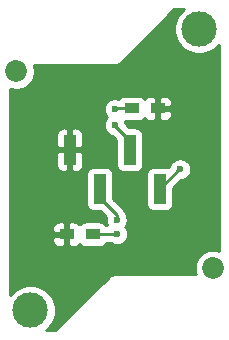
<source format=gbr>
G04 #@! TF.GenerationSoftware,KiCad,Pcbnew,(5.1.4-0-10_14)*
G04 #@! TF.CreationDate,2019-11-06T07:52:38+01:00*
G04 #@! TF.ProjectId,sq_indicator,73715f69-6e64-4696-9361-746f722e6b69,rev?*
G04 #@! TF.SameCoordinates,Original*
G04 #@! TF.FileFunction,Copper,L2,Bot*
G04 #@! TF.FilePolarity,Positive*
%FSLAX46Y46*%
G04 Gerber Fmt 4.6, Leading zero omitted, Abs format (unit mm)*
G04 Created by KiCad (PCBNEW (5.1.4-0-10_14)) date 2019-11-06 07:52:38*
%MOMM*%
%LPD*%
G04 APERTURE LIST*
%ADD10C,0.600000*%
%ADD11C,3.000000*%
%ADD12C,1.850000*%
%ADD13R,1.000000X2.510000*%
%ADD14R,1.200000X0.900000*%
%ADD15C,0.250000*%
%ADD16C,0.254000*%
G04 APERTURE END LIST*
D10*
X167449533Y-85168539D03*
D11*
X160436013Y-104313519D03*
X174716013Y-80503519D03*
D12*
X159246013Y-84083519D03*
X175898013Y-100729519D03*
D13*
X171379533Y-94033539D03*
X166299533Y-94033539D03*
X168839533Y-90723539D03*
X163759533Y-90723539D03*
D14*
X171199533Y-87218539D03*
X168999533Y-87218539D03*
X163499533Y-97868539D03*
X165699533Y-97868539D03*
D10*
X167699533Y-99768539D03*
X167562958Y-87279489D03*
X167562956Y-88628136D03*
X173099533Y-92368539D03*
X167746659Y-96664049D03*
X167760873Y-97852261D03*
D15*
X167623908Y-87218539D02*
X167562958Y-87279489D01*
X168999533Y-87218539D02*
X167623908Y-87218539D01*
X168839533Y-89968539D02*
X167562956Y-88691962D01*
X168839533Y-90723539D02*
X168839533Y-89968539D01*
X167562956Y-88691962D02*
X167562956Y-88628136D01*
X173099533Y-92368539D02*
X173044533Y-92368539D01*
X173044533Y-92368539D02*
X171379533Y-94033539D01*
X167746659Y-96239785D02*
X167746659Y-96664049D01*
X167746659Y-96235665D02*
X167746659Y-96239785D01*
X166299533Y-94788539D02*
X167746659Y-96235665D01*
X166299533Y-94033539D02*
X166299533Y-94788539D01*
X167760873Y-97852261D02*
X165715811Y-97852261D01*
X165715811Y-97852261D02*
X165699533Y-97868539D01*
D16*
G36*
X173355030Y-78845156D02*
G01*
X173057650Y-79142536D01*
X172824001Y-79492217D01*
X172663060Y-79880763D01*
X172581013Y-80293240D01*
X172581013Y-80713798D01*
X172663060Y-81126275D01*
X172824001Y-81514821D01*
X173057650Y-81864502D01*
X173355030Y-82161882D01*
X173704711Y-82395531D01*
X174093257Y-82556472D01*
X174505734Y-82638519D01*
X174926292Y-82638519D01*
X175338769Y-82556472D01*
X175727315Y-82395531D01*
X176076996Y-82161882D01*
X176374376Y-81864502D01*
X176414533Y-81804402D01*
X176414534Y-99254937D01*
X176353048Y-99229469D01*
X176051660Y-99169519D01*
X175744366Y-99169519D01*
X175442978Y-99229469D01*
X175159076Y-99347065D01*
X174903571Y-99517788D01*
X174686282Y-99735077D01*
X174515559Y-99990582D01*
X174397963Y-100274484D01*
X174338013Y-100575872D01*
X174338013Y-100883166D01*
X174397963Y-101184554D01*
X174423431Y-101246039D01*
X167608172Y-101246039D01*
X167574532Y-101242726D01*
X167540893Y-101246039D01*
X167540886Y-101246039D01*
X167453299Y-101254666D01*
X167440249Y-101255951D01*
X167401080Y-101267833D01*
X167311127Y-101295120D01*
X167192126Y-101358727D01*
X167155770Y-101388564D01*
X167113956Y-101422879D01*
X167113950Y-101422885D01*
X167087822Y-101444328D01*
X167066379Y-101470456D01*
X162528297Y-106008539D01*
X161742135Y-106008539D01*
X161796996Y-105971882D01*
X162094376Y-105674502D01*
X162328025Y-105324821D01*
X162488966Y-104936275D01*
X162571013Y-104523798D01*
X162571013Y-104103240D01*
X162488966Y-103690763D01*
X162328025Y-103302217D01*
X162094376Y-102952536D01*
X161796996Y-102655156D01*
X161447315Y-102421507D01*
X161058769Y-102260566D01*
X160646292Y-102178519D01*
X160225734Y-102178519D01*
X159813257Y-102260566D01*
X159424711Y-102421507D01*
X159075030Y-102655156D01*
X158777650Y-102952536D01*
X158734533Y-103017065D01*
X158734533Y-98318539D01*
X162261461Y-98318539D01*
X162273721Y-98443021D01*
X162310031Y-98562719D01*
X162368996Y-98673033D01*
X162448348Y-98769724D01*
X162545039Y-98849076D01*
X162655353Y-98908041D01*
X162775051Y-98944351D01*
X162899533Y-98956611D01*
X163213783Y-98953539D01*
X163372533Y-98794789D01*
X163372533Y-97995539D01*
X162423283Y-97995539D01*
X162264533Y-98154289D01*
X162261461Y-98318539D01*
X158734533Y-98318539D01*
X158734533Y-97418539D01*
X162261461Y-97418539D01*
X162264533Y-97582789D01*
X162423283Y-97741539D01*
X163372533Y-97741539D01*
X163372533Y-96942289D01*
X163626533Y-96942289D01*
X163626533Y-97741539D01*
X163646533Y-97741539D01*
X163646533Y-97995539D01*
X163626533Y-97995539D01*
X163626533Y-98794789D01*
X163785283Y-98953539D01*
X164099533Y-98956611D01*
X164224015Y-98944351D01*
X164343713Y-98908041D01*
X164454027Y-98849076D01*
X164550718Y-98769724D01*
X164599533Y-98710243D01*
X164648348Y-98769724D01*
X164745039Y-98849076D01*
X164855353Y-98908041D01*
X164975051Y-98944351D01*
X165099533Y-98956611D01*
X166299533Y-98956611D01*
X166424015Y-98944351D01*
X166543713Y-98908041D01*
X166654027Y-98849076D01*
X166750718Y-98769724D01*
X166830070Y-98673033D01*
X166862554Y-98612261D01*
X167215338Y-98612261D01*
X167317984Y-98680847D01*
X167488144Y-98751329D01*
X167668784Y-98787261D01*
X167852962Y-98787261D01*
X168033602Y-98751329D01*
X168203762Y-98680847D01*
X168356901Y-98578523D01*
X168487135Y-98448289D01*
X168589459Y-98295150D01*
X168659941Y-98124990D01*
X168695873Y-97944350D01*
X168695873Y-97760172D01*
X168659941Y-97579532D01*
X168589459Y-97409372D01*
X168487135Y-97256233D01*
X168480154Y-97249252D01*
X168575245Y-97106938D01*
X168645727Y-96936778D01*
X168681659Y-96756138D01*
X168681659Y-96571960D01*
X168645727Y-96391320D01*
X168575245Y-96221160D01*
X168497438Y-96104714D01*
X168495662Y-96086679D01*
X168452205Y-95943418D01*
X168381633Y-95811389D01*
X168286660Y-95695664D01*
X168257663Y-95671867D01*
X167437605Y-94851810D01*
X167437605Y-92778539D01*
X170241461Y-92778539D01*
X170241461Y-95288539D01*
X170253721Y-95413021D01*
X170290031Y-95532719D01*
X170348996Y-95643033D01*
X170428348Y-95739724D01*
X170525039Y-95819076D01*
X170635353Y-95878041D01*
X170755051Y-95914351D01*
X170879533Y-95926611D01*
X171879533Y-95926611D01*
X172004015Y-95914351D01*
X172123713Y-95878041D01*
X172234027Y-95819076D01*
X172330718Y-95739724D01*
X172410070Y-95643033D01*
X172469035Y-95532719D01*
X172505345Y-95413021D01*
X172517605Y-95288539D01*
X172517605Y-93970268D01*
X173184335Y-93303539D01*
X173191622Y-93303539D01*
X173372262Y-93267607D01*
X173542422Y-93197125D01*
X173695561Y-93094801D01*
X173825795Y-92964567D01*
X173928119Y-92811428D01*
X173998601Y-92641268D01*
X174034533Y-92460628D01*
X174034533Y-92276450D01*
X173998601Y-92095810D01*
X173928119Y-91925650D01*
X173825795Y-91772511D01*
X173695561Y-91642277D01*
X173542422Y-91539953D01*
X173372262Y-91469471D01*
X173191622Y-91433539D01*
X173007444Y-91433539D01*
X172826804Y-91469471D01*
X172656644Y-91539953D01*
X172503505Y-91642277D01*
X172373271Y-91772511D01*
X172270947Y-91925650D01*
X172200465Y-92095810D01*
X172190037Y-92148233D01*
X172140344Y-92197926D01*
X172123713Y-92189037D01*
X172004015Y-92152727D01*
X171879533Y-92140467D01*
X170879533Y-92140467D01*
X170755051Y-92152727D01*
X170635353Y-92189037D01*
X170525039Y-92248002D01*
X170428348Y-92327354D01*
X170348996Y-92424045D01*
X170290031Y-92534359D01*
X170253721Y-92654057D01*
X170241461Y-92778539D01*
X167437605Y-92778539D01*
X167425345Y-92654057D01*
X167389035Y-92534359D01*
X167330070Y-92424045D01*
X167250718Y-92327354D01*
X167154027Y-92248002D01*
X167043713Y-92189037D01*
X166924015Y-92152727D01*
X166799533Y-92140467D01*
X165799533Y-92140467D01*
X165675051Y-92152727D01*
X165555353Y-92189037D01*
X165445039Y-92248002D01*
X165348348Y-92327354D01*
X165268996Y-92424045D01*
X165210031Y-92534359D01*
X165173721Y-92654057D01*
X165161461Y-92778539D01*
X165161461Y-95288539D01*
X165173721Y-95413021D01*
X165210031Y-95532719D01*
X165268996Y-95643033D01*
X165348348Y-95739724D01*
X165445039Y-95819076D01*
X165555353Y-95878041D01*
X165675051Y-95914351D01*
X165799533Y-95926611D01*
X166362804Y-95926611D01*
X166844260Y-96408067D01*
X166811659Y-96571960D01*
X166811659Y-96756138D01*
X166847591Y-96936778D01*
X166911994Y-97092261D01*
X166845152Y-97092261D01*
X166830070Y-97064045D01*
X166750718Y-96967354D01*
X166654027Y-96888002D01*
X166543713Y-96829037D01*
X166424015Y-96792727D01*
X166299533Y-96780467D01*
X165099533Y-96780467D01*
X164975051Y-96792727D01*
X164855353Y-96829037D01*
X164745039Y-96888002D01*
X164648348Y-96967354D01*
X164599533Y-97026835D01*
X164550718Y-96967354D01*
X164454027Y-96888002D01*
X164343713Y-96829037D01*
X164224015Y-96792727D01*
X164099533Y-96780467D01*
X163785283Y-96783539D01*
X163626533Y-96942289D01*
X163372533Y-96942289D01*
X163213783Y-96783539D01*
X162899533Y-96780467D01*
X162775051Y-96792727D01*
X162655353Y-96829037D01*
X162545039Y-96888002D01*
X162448348Y-96967354D01*
X162368996Y-97064045D01*
X162310031Y-97174359D01*
X162273721Y-97294057D01*
X162261461Y-97418539D01*
X158734533Y-97418539D01*
X158734533Y-91978539D01*
X162621461Y-91978539D01*
X162633721Y-92103021D01*
X162670031Y-92222719D01*
X162728996Y-92333033D01*
X162808348Y-92429724D01*
X162905039Y-92509076D01*
X163015353Y-92568041D01*
X163135051Y-92604351D01*
X163259533Y-92616611D01*
X163473783Y-92613539D01*
X163632533Y-92454789D01*
X163632533Y-90850539D01*
X163886533Y-90850539D01*
X163886533Y-92454789D01*
X164045283Y-92613539D01*
X164259533Y-92616611D01*
X164384015Y-92604351D01*
X164503713Y-92568041D01*
X164614027Y-92509076D01*
X164710718Y-92429724D01*
X164790070Y-92333033D01*
X164849035Y-92222719D01*
X164885345Y-92103021D01*
X164897605Y-91978539D01*
X164894533Y-91009289D01*
X164735783Y-90850539D01*
X163886533Y-90850539D01*
X163632533Y-90850539D01*
X162783283Y-90850539D01*
X162624533Y-91009289D01*
X162621461Y-91978539D01*
X158734533Y-91978539D01*
X158734533Y-89468539D01*
X162621461Y-89468539D01*
X162624533Y-90437789D01*
X162783283Y-90596539D01*
X163632533Y-90596539D01*
X163632533Y-88992289D01*
X163886533Y-88992289D01*
X163886533Y-90596539D01*
X164735783Y-90596539D01*
X164894533Y-90437789D01*
X164897605Y-89468539D01*
X164885345Y-89344057D01*
X164849035Y-89224359D01*
X164790070Y-89114045D01*
X164710718Y-89017354D01*
X164614027Y-88938002D01*
X164503713Y-88879037D01*
X164384015Y-88842727D01*
X164259533Y-88830467D01*
X164045283Y-88833539D01*
X163886533Y-88992289D01*
X163632533Y-88992289D01*
X163473783Y-88833539D01*
X163259533Y-88830467D01*
X163135051Y-88842727D01*
X163015353Y-88879037D01*
X162905039Y-88938002D01*
X162808348Y-89017354D01*
X162728996Y-89114045D01*
X162670031Y-89224359D01*
X162633721Y-89344057D01*
X162621461Y-89468539D01*
X158734533Y-89468539D01*
X158734533Y-88536047D01*
X166627956Y-88536047D01*
X166627956Y-88720225D01*
X166663888Y-88900865D01*
X166734370Y-89071025D01*
X166836694Y-89224164D01*
X166966928Y-89354398D01*
X167120067Y-89456722D01*
X167290227Y-89527204D01*
X167331633Y-89535440D01*
X167701461Y-89905269D01*
X167701461Y-91978539D01*
X167713721Y-92103021D01*
X167750031Y-92222719D01*
X167808996Y-92333033D01*
X167888348Y-92429724D01*
X167985039Y-92509076D01*
X168095353Y-92568041D01*
X168215051Y-92604351D01*
X168339533Y-92616611D01*
X169339533Y-92616611D01*
X169464015Y-92604351D01*
X169583713Y-92568041D01*
X169694027Y-92509076D01*
X169790718Y-92429724D01*
X169870070Y-92333033D01*
X169929035Y-92222719D01*
X169965345Y-92103021D01*
X169977605Y-91978539D01*
X169977605Y-89468539D01*
X169965345Y-89344057D01*
X169929035Y-89224359D01*
X169870070Y-89114045D01*
X169790718Y-89017354D01*
X169694027Y-88938002D01*
X169583713Y-88879037D01*
X169464015Y-88842727D01*
X169339533Y-88830467D01*
X168776263Y-88830467D01*
X168497956Y-88552161D01*
X168497956Y-88536047D01*
X168462024Y-88355407D01*
X168441812Y-88306611D01*
X169599533Y-88306611D01*
X169724015Y-88294351D01*
X169843713Y-88258041D01*
X169954027Y-88199076D01*
X170050718Y-88119724D01*
X170099533Y-88060243D01*
X170148348Y-88119724D01*
X170245039Y-88199076D01*
X170355353Y-88258041D01*
X170475051Y-88294351D01*
X170599533Y-88306611D01*
X170913783Y-88303539D01*
X171072533Y-88144789D01*
X171072533Y-87345539D01*
X171326533Y-87345539D01*
X171326533Y-88144789D01*
X171485283Y-88303539D01*
X171799533Y-88306611D01*
X171924015Y-88294351D01*
X172043713Y-88258041D01*
X172154027Y-88199076D01*
X172250718Y-88119724D01*
X172330070Y-88023033D01*
X172389035Y-87912719D01*
X172425345Y-87793021D01*
X172437605Y-87668539D01*
X172434533Y-87504289D01*
X172275783Y-87345539D01*
X171326533Y-87345539D01*
X171072533Y-87345539D01*
X171052533Y-87345539D01*
X171052533Y-87091539D01*
X171072533Y-87091539D01*
X171072533Y-86292289D01*
X171326533Y-86292289D01*
X171326533Y-87091539D01*
X172275783Y-87091539D01*
X172434533Y-86932789D01*
X172437605Y-86768539D01*
X172425345Y-86644057D01*
X172389035Y-86524359D01*
X172330070Y-86414045D01*
X172250718Y-86317354D01*
X172154027Y-86238002D01*
X172043713Y-86179037D01*
X171924015Y-86142727D01*
X171799533Y-86130467D01*
X171485283Y-86133539D01*
X171326533Y-86292289D01*
X171072533Y-86292289D01*
X170913783Y-86133539D01*
X170599533Y-86130467D01*
X170475051Y-86142727D01*
X170355353Y-86179037D01*
X170245039Y-86238002D01*
X170148348Y-86317354D01*
X170099533Y-86376835D01*
X170050718Y-86317354D01*
X169954027Y-86238002D01*
X169843713Y-86179037D01*
X169724015Y-86142727D01*
X169599533Y-86130467D01*
X168399533Y-86130467D01*
X168275051Y-86142727D01*
X168155353Y-86179037D01*
X168045039Y-86238002D01*
X167948348Y-86317354D01*
X167881140Y-86399248D01*
X167835687Y-86380421D01*
X167655047Y-86344489D01*
X167470869Y-86344489D01*
X167290229Y-86380421D01*
X167120069Y-86450903D01*
X166966930Y-86553227D01*
X166836696Y-86683461D01*
X166734372Y-86836600D01*
X166663890Y-87006760D01*
X166627958Y-87187400D01*
X166627958Y-87371578D01*
X166663890Y-87552218D01*
X166734372Y-87722378D01*
X166836696Y-87875517D01*
X166914991Y-87953812D01*
X166836694Y-88032108D01*
X166734370Y-88185247D01*
X166663888Y-88355407D01*
X166627956Y-88536047D01*
X158734533Y-88536047D01*
X158734533Y-85560189D01*
X158790978Y-85583569D01*
X159092366Y-85643519D01*
X159399660Y-85643519D01*
X159701048Y-85583569D01*
X159984950Y-85465973D01*
X160240455Y-85295250D01*
X160457744Y-85077961D01*
X160628467Y-84822456D01*
X160746063Y-84538554D01*
X160806013Y-84237166D01*
X160806013Y-83929872D01*
X160746063Y-83628484D01*
X160720197Y-83566039D01*
X167540894Y-83566039D01*
X167574533Y-83569352D01*
X167608172Y-83566039D01*
X167608180Y-83566039D01*
X167708816Y-83556127D01*
X167837939Y-83516958D01*
X167956940Y-83453351D01*
X168061244Y-83367750D01*
X168082691Y-83341617D01*
X172620770Y-78803539D01*
X173417314Y-78803539D01*
X173355030Y-78845156D01*
X173355030Y-78845156D01*
G37*
X173355030Y-78845156D02*
X173057650Y-79142536D01*
X172824001Y-79492217D01*
X172663060Y-79880763D01*
X172581013Y-80293240D01*
X172581013Y-80713798D01*
X172663060Y-81126275D01*
X172824001Y-81514821D01*
X173057650Y-81864502D01*
X173355030Y-82161882D01*
X173704711Y-82395531D01*
X174093257Y-82556472D01*
X174505734Y-82638519D01*
X174926292Y-82638519D01*
X175338769Y-82556472D01*
X175727315Y-82395531D01*
X176076996Y-82161882D01*
X176374376Y-81864502D01*
X176414533Y-81804402D01*
X176414534Y-99254937D01*
X176353048Y-99229469D01*
X176051660Y-99169519D01*
X175744366Y-99169519D01*
X175442978Y-99229469D01*
X175159076Y-99347065D01*
X174903571Y-99517788D01*
X174686282Y-99735077D01*
X174515559Y-99990582D01*
X174397963Y-100274484D01*
X174338013Y-100575872D01*
X174338013Y-100883166D01*
X174397963Y-101184554D01*
X174423431Y-101246039D01*
X167608172Y-101246039D01*
X167574532Y-101242726D01*
X167540893Y-101246039D01*
X167540886Y-101246039D01*
X167453299Y-101254666D01*
X167440249Y-101255951D01*
X167401080Y-101267833D01*
X167311127Y-101295120D01*
X167192126Y-101358727D01*
X167155770Y-101388564D01*
X167113956Y-101422879D01*
X167113950Y-101422885D01*
X167087822Y-101444328D01*
X167066379Y-101470456D01*
X162528297Y-106008539D01*
X161742135Y-106008539D01*
X161796996Y-105971882D01*
X162094376Y-105674502D01*
X162328025Y-105324821D01*
X162488966Y-104936275D01*
X162571013Y-104523798D01*
X162571013Y-104103240D01*
X162488966Y-103690763D01*
X162328025Y-103302217D01*
X162094376Y-102952536D01*
X161796996Y-102655156D01*
X161447315Y-102421507D01*
X161058769Y-102260566D01*
X160646292Y-102178519D01*
X160225734Y-102178519D01*
X159813257Y-102260566D01*
X159424711Y-102421507D01*
X159075030Y-102655156D01*
X158777650Y-102952536D01*
X158734533Y-103017065D01*
X158734533Y-98318539D01*
X162261461Y-98318539D01*
X162273721Y-98443021D01*
X162310031Y-98562719D01*
X162368996Y-98673033D01*
X162448348Y-98769724D01*
X162545039Y-98849076D01*
X162655353Y-98908041D01*
X162775051Y-98944351D01*
X162899533Y-98956611D01*
X163213783Y-98953539D01*
X163372533Y-98794789D01*
X163372533Y-97995539D01*
X162423283Y-97995539D01*
X162264533Y-98154289D01*
X162261461Y-98318539D01*
X158734533Y-98318539D01*
X158734533Y-97418539D01*
X162261461Y-97418539D01*
X162264533Y-97582789D01*
X162423283Y-97741539D01*
X163372533Y-97741539D01*
X163372533Y-96942289D01*
X163626533Y-96942289D01*
X163626533Y-97741539D01*
X163646533Y-97741539D01*
X163646533Y-97995539D01*
X163626533Y-97995539D01*
X163626533Y-98794789D01*
X163785283Y-98953539D01*
X164099533Y-98956611D01*
X164224015Y-98944351D01*
X164343713Y-98908041D01*
X164454027Y-98849076D01*
X164550718Y-98769724D01*
X164599533Y-98710243D01*
X164648348Y-98769724D01*
X164745039Y-98849076D01*
X164855353Y-98908041D01*
X164975051Y-98944351D01*
X165099533Y-98956611D01*
X166299533Y-98956611D01*
X166424015Y-98944351D01*
X166543713Y-98908041D01*
X166654027Y-98849076D01*
X166750718Y-98769724D01*
X166830070Y-98673033D01*
X166862554Y-98612261D01*
X167215338Y-98612261D01*
X167317984Y-98680847D01*
X167488144Y-98751329D01*
X167668784Y-98787261D01*
X167852962Y-98787261D01*
X168033602Y-98751329D01*
X168203762Y-98680847D01*
X168356901Y-98578523D01*
X168487135Y-98448289D01*
X168589459Y-98295150D01*
X168659941Y-98124990D01*
X168695873Y-97944350D01*
X168695873Y-97760172D01*
X168659941Y-97579532D01*
X168589459Y-97409372D01*
X168487135Y-97256233D01*
X168480154Y-97249252D01*
X168575245Y-97106938D01*
X168645727Y-96936778D01*
X168681659Y-96756138D01*
X168681659Y-96571960D01*
X168645727Y-96391320D01*
X168575245Y-96221160D01*
X168497438Y-96104714D01*
X168495662Y-96086679D01*
X168452205Y-95943418D01*
X168381633Y-95811389D01*
X168286660Y-95695664D01*
X168257663Y-95671867D01*
X167437605Y-94851810D01*
X167437605Y-92778539D01*
X170241461Y-92778539D01*
X170241461Y-95288539D01*
X170253721Y-95413021D01*
X170290031Y-95532719D01*
X170348996Y-95643033D01*
X170428348Y-95739724D01*
X170525039Y-95819076D01*
X170635353Y-95878041D01*
X170755051Y-95914351D01*
X170879533Y-95926611D01*
X171879533Y-95926611D01*
X172004015Y-95914351D01*
X172123713Y-95878041D01*
X172234027Y-95819076D01*
X172330718Y-95739724D01*
X172410070Y-95643033D01*
X172469035Y-95532719D01*
X172505345Y-95413021D01*
X172517605Y-95288539D01*
X172517605Y-93970268D01*
X173184335Y-93303539D01*
X173191622Y-93303539D01*
X173372262Y-93267607D01*
X173542422Y-93197125D01*
X173695561Y-93094801D01*
X173825795Y-92964567D01*
X173928119Y-92811428D01*
X173998601Y-92641268D01*
X174034533Y-92460628D01*
X174034533Y-92276450D01*
X173998601Y-92095810D01*
X173928119Y-91925650D01*
X173825795Y-91772511D01*
X173695561Y-91642277D01*
X173542422Y-91539953D01*
X173372262Y-91469471D01*
X173191622Y-91433539D01*
X173007444Y-91433539D01*
X172826804Y-91469471D01*
X172656644Y-91539953D01*
X172503505Y-91642277D01*
X172373271Y-91772511D01*
X172270947Y-91925650D01*
X172200465Y-92095810D01*
X172190037Y-92148233D01*
X172140344Y-92197926D01*
X172123713Y-92189037D01*
X172004015Y-92152727D01*
X171879533Y-92140467D01*
X170879533Y-92140467D01*
X170755051Y-92152727D01*
X170635353Y-92189037D01*
X170525039Y-92248002D01*
X170428348Y-92327354D01*
X170348996Y-92424045D01*
X170290031Y-92534359D01*
X170253721Y-92654057D01*
X170241461Y-92778539D01*
X167437605Y-92778539D01*
X167425345Y-92654057D01*
X167389035Y-92534359D01*
X167330070Y-92424045D01*
X167250718Y-92327354D01*
X167154027Y-92248002D01*
X167043713Y-92189037D01*
X166924015Y-92152727D01*
X166799533Y-92140467D01*
X165799533Y-92140467D01*
X165675051Y-92152727D01*
X165555353Y-92189037D01*
X165445039Y-92248002D01*
X165348348Y-92327354D01*
X165268996Y-92424045D01*
X165210031Y-92534359D01*
X165173721Y-92654057D01*
X165161461Y-92778539D01*
X165161461Y-95288539D01*
X165173721Y-95413021D01*
X165210031Y-95532719D01*
X165268996Y-95643033D01*
X165348348Y-95739724D01*
X165445039Y-95819076D01*
X165555353Y-95878041D01*
X165675051Y-95914351D01*
X165799533Y-95926611D01*
X166362804Y-95926611D01*
X166844260Y-96408067D01*
X166811659Y-96571960D01*
X166811659Y-96756138D01*
X166847591Y-96936778D01*
X166911994Y-97092261D01*
X166845152Y-97092261D01*
X166830070Y-97064045D01*
X166750718Y-96967354D01*
X166654027Y-96888002D01*
X166543713Y-96829037D01*
X166424015Y-96792727D01*
X166299533Y-96780467D01*
X165099533Y-96780467D01*
X164975051Y-96792727D01*
X164855353Y-96829037D01*
X164745039Y-96888002D01*
X164648348Y-96967354D01*
X164599533Y-97026835D01*
X164550718Y-96967354D01*
X164454027Y-96888002D01*
X164343713Y-96829037D01*
X164224015Y-96792727D01*
X164099533Y-96780467D01*
X163785283Y-96783539D01*
X163626533Y-96942289D01*
X163372533Y-96942289D01*
X163213783Y-96783539D01*
X162899533Y-96780467D01*
X162775051Y-96792727D01*
X162655353Y-96829037D01*
X162545039Y-96888002D01*
X162448348Y-96967354D01*
X162368996Y-97064045D01*
X162310031Y-97174359D01*
X162273721Y-97294057D01*
X162261461Y-97418539D01*
X158734533Y-97418539D01*
X158734533Y-91978539D01*
X162621461Y-91978539D01*
X162633721Y-92103021D01*
X162670031Y-92222719D01*
X162728996Y-92333033D01*
X162808348Y-92429724D01*
X162905039Y-92509076D01*
X163015353Y-92568041D01*
X163135051Y-92604351D01*
X163259533Y-92616611D01*
X163473783Y-92613539D01*
X163632533Y-92454789D01*
X163632533Y-90850539D01*
X163886533Y-90850539D01*
X163886533Y-92454789D01*
X164045283Y-92613539D01*
X164259533Y-92616611D01*
X164384015Y-92604351D01*
X164503713Y-92568041D01*
X164614027Y-92509076D01*
X164710718Y-92429724D01*
X164790070Y-92333033D01*
X164849035Y-92222719D01*
X164885345Y-92103021D01*
X164897605Y-91978539D01*
X164894533Y-91009289D01*
X164735783Y-90850539D01*
X163886533Y-90850539D01*
X163632533Y-90850539D01*
X162783283Y-90850539D01*
X162624533Y-91009289D01*
X162621461Y-91978539D01*
X158734533Y-91978539D01*
X158734533Y-89468539D01*
X162621461Y-89468539D01*
X162624533Y-90437789D01*
X162783283Y-90596539D01*
X163632533Y-90596539D01*
X163632533Y-88992289D01*
X163886533Y-88992289D01*
X163886533Y-90596539D01*
X164735783Y-90596539D01*
X164894533Y-90437789D01*
X164897605Y-89468539D01*
X164885345Y-89344057D01*
X164849035Y-89224359D01*
X164790070Y-89114045D01*
X164710718Y-89017354D01*
X164614027Y-88938002D01*
X164503713Y-88879037D01*
X164384015Y-88842727D01*
X164259533Y-88830467D01*
X164045283Y-88833539D01*
X163886533Y-88992289D01*
X163632533Y-88992289D01*
X163473783Y-88833539D01*
X163259533Y-88830467D01*
X163135051Y-88842727D01*
X163015353Y-88879037D01*
X162905039Y-88938002D01*
X162808348Y-89017354D01*
X162728996Y-89114045D01*
X162670031Y-89224359D01*
X162633721Y-89344057D01*
X162621461Y-89468539D01*
X158734533Y-89468539D01*
X158734533Y-88536047D01*
X166627956Y-88536047D01*
X166627956Y-88720225D01*
X166663888Y-88900865D01*
X166734370Y-89071025D01*
X166836694Y-89224164D01*
X166966928Y-89354398D01*
X167120067Y-89456722D01*
X167290227Y-89527204D01*
X167331633Y-89535440D01*
X167701461Y-89905269D01*
X167701461Y-91978539D01*
X167713721Y-92103021D01*
X167750031Y-92222719D01*
X167808996Y-92333033D01*
X167888348Y-92429724D01*
X167985039Y-92509076D01*
X168095353Y-92568041D01*
X168215051Y-92604351D01*
X168339533Y-92616611D01*
X169339533Y-92616611D01*
X169464015Y-92604351D01*
X169583713Y-92568041D01*
X169694027Y-92509076D01*
X169790718Y-92429724D01*
X169870070Y-92333033D01*
X169929035Y-92222719D01*
X169965345Y-92103021D01*
X169977605Y-91978539D01*
X169977605Y-89468539D01*
X169965345Y-89344057D01*
X169929035Y-89224359D01*
X169870070Y-89114045D01*
X169790718Y-89017354D01*
X169694027Y-88938002D01*
X169583713Y-88879037D01*
X169464015Y-88842727D01*
X169339533Y-88830467D01*
X168776263Y-88830467D01*
X168497956Y-88552161D01*
X168497956Y-88536047D01*
X168462024Y-88355407D01*
X168441812Y-88306611D01*
X169599533Y-88306611D01*
X169724015Y-88294351D01*
X169843713Y-88258041D01*
X169954027Y-88199076D01*
X170050718Y-88119724D01*
X170099533Y-88060243D01*
X170148348Y-88119724D01*
X170245039Y-88199076D01*
X170355353Y-88258041D01*
X170475051Y-88294351D01*
X170599533Y-88306611D01*
X170913783Y-88303539D01*
X171072533Y-88144789D01*
X171072533Y-87345539D01*
X171326533Y-87345539D01*
X171326533Y-88144789D01*
X171485283Y-88303539D01*
X171799533Y-88306611D01*
X171924015Y-88294351D01*
X172043713Y-88258041D01*
X172154027Y-88199076D01*
X172250718Y-88119724D01*
X172330070Y-88023033D01*
X172389035Y-87912719D01*
X172425345Y-87793021D01*
X172437605Y-87668539D01*
X172434533Y-87504289D01*
X172275783Y-87345539D01*
X171326533Y-87345539D01*
X171072533Y-87345539D01*
X171052533Y-87345539D01*
X171052533Y-87091539D01*
X171072533Y-87091539D01*
X171072533Y-86292289D01*
X171326533Y-86292289D01*
X171326533Y-87091539D01*
X172275783Y-87091539D01*
X172434533Y-86932789D01*
X172437605Y-86768539D01*
X172425345Y-86644057D01*
X172389035Y-86524359D01*
X172330070Y-86414045D01*
X172250718Y-86317354D01*
X172154027Y-86238002D01*
X172043713Y-86179037D01*
X171924015Y-86142727D01*
X171799533Y-86130467D01*
X171485283Y-86133539D01*
X171326533Y-86292289D01*
X171072533Y-86292289D01*
X170913783Y-86133539D01*
X170599533Y-86130467D01*
X170475051Y-86142727D01*
X170355353Y-86179037D01*
X170245039Y-86238002D01*
X170148348Y-86317354D01*
X170099533Y-86376835D01*
X170050718Y-86317354D01*
X169954027Y-86238002D01*
X169843713Y-86179037D01*
X169724015Y-86142727D01*
X169599533Y-86130467D01*
X168399533Y-86130467D01*
X168275051Y-86142727D01*
X168155353Y-86179037D01*
X168045039Y-86238002D01*
X167948348Y-86317354D01*
X167881140Y-86399248D01*
X167835687Y-86380421D01*
X167655047Y-86344489D01*
X167470869Y-86344489D01*
X167290229Y-86380421D01*
X167120069Y-86450903D01*
X166966930Y-86553227D01*
X166836696Y-86683461D01*
X166734372Y-86836600D01*
X166663890Y-87006760D01*
X166627958Y-87187400D01*
X166627958Y-87371578D01*
X166663890Y-87552218D01*
X166734372Y-87722378D01*
X166836696Y-87875517D01*
X166914991Y-87953812D01*
X166836694Y-88032108D01*
X166734370Y-88185247D01*
X166663888Y-88355407D01*
X166627956Y-88536047D01*
X158734533Y-88536047D01*
X158734533Y-85560189D01*
X158790978Y-85583569D01*
X159092366Y-85643519D01*
X159399660Y-85643519D01*
X159701048Y-85583569D01*
X159984950Y-85465973D01*
X160240455Y-85295250D01*
X160457744Y-85077961D01*
X160628467Y-84822456D01*
X160746063Y-84538554D01*
X160806013Y-84237166D01*
X160806013Y-83929872D01*
X160746063Y-83628484D01*
X160720197Y-83566039D01*
X167540894Y-83566039D01*
X167574533Y-83569352D01*
X167608172Y-83566039D01*
X167608180Y-83566039D01*
X167708816Y-83556127D01*
X167837939Y-83516958D01*
X167956940Y-83453351D01*
X168061244Y-83367750D01*
X168082691Y-83341617D01*
X172620770Y-78803539D01*
X173417314Y-78803539D01*
X173355030Y-78845156D01*
M02*

</source>
